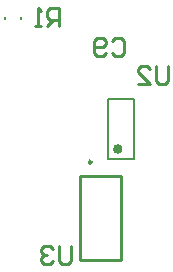
<source format=gbo>
G04*
G04 #@! TF.GenerationSoftware,Altium Limited,Altium Designer,20.0.11 (256)*
G04*
G04 Layer_Color=32896*
%FSLAX43Y43*%
%MOMM*%
G71*
G01*
G75*
%ADD10C,0.250*%
%ADD12C,0.200*%
%ADD13C,0.254*%
%ADD49C,0.400*%
D10*
X24195Y9768D02*
G03*
X24195Y9768I-125J0D01*
G01*
D12*
X18176Y21921D02*
Y22021D01*
X16876Y21921D02*
Y22021D01*
X25595Y15073D02*
X27745D01*
X25595Y10073D02*
X27745D01*
Y15073D01*
X25595Y10073D02*
Y15073D01*
D13*
X23241Y1444D02*
X26670D01*
X23241D02*
Y8556D01*
X26670Y1444D02*
Y8556D01*
X23241D02*
X26670D01*
X30645Y17881D02*
Y16612D01*
X30391Y16358D01*
X29883D01*
X29629Y16612D01*
Y17881D01*
X28106Y16358D02*
X29121D01*
X28106Y17373D01*
Y17627D01*
X28360Y17881D01*
X28868D01*
X29121Y17627D01*
X22479Y2667D02*
Y1397D01*
X22225Y1143D01*
X21717D01*
X21463Y1397D01*
Y2667D01*
X20955Y2413D02*
X20701Y2667D01*
X20193D01*
X19939Y2413D01*
Y2159D01*
X20193Y1905D01*
X20447D01*
X20193D01*
X19939Y1651D01*
Y1397D01*
X20193Y1143D01*
X20701D01*
X20955Y1397D01*
X21463Y21336D02*
Y22860D01*
X20701D01*
X20447Y22606D01*
Y22098D01*
X20701Y21844D01*
X21463D01*
X20955D02*
X20447Y21336D01*
X19939D02*
X19431D01*
X19685D01*
Y22860D01*
X19939Y22606D01*
X25949Y20066D02*
X26202Y20320D01*
X26710D01*
X26964Y20066D01*
Y19050D01*
X26710Y18796D01*
X26202D01*
X25949Y19050D01*
X25441D02*
X25187Y18796D01*
X24679D01*
X24425Y19050D01*
Y20066D01*
X24679Y20320D01*
X25187D01*
X25441Y20066D01*
Y19812D01*
X25187Y19558D01*
X24425D01*
D49*
X26595Y10873D02*
G03*
X26595Y10873I-200J0D01*
G01*
M02*

</source>
